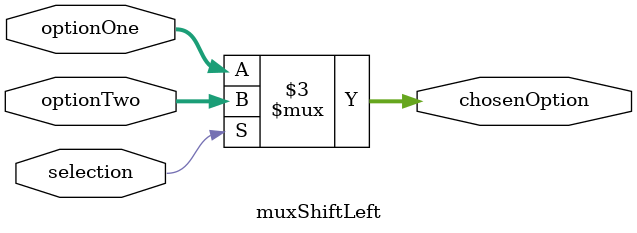
<source format=v>
`timescale 1ns / 1ps

module muxShiftLeft
    (
    input [31:0] optionOne, optionTwo,
    input selection,
    
    output reg [31:0] chosenOption
    );
    
    always@(*)
        begin
        if(selection)
            begin
            chosenOption = optionTwo; 
            end
        else
            begin
            chosenOption = optionOne;
            end
        end
endmodule

</source>
